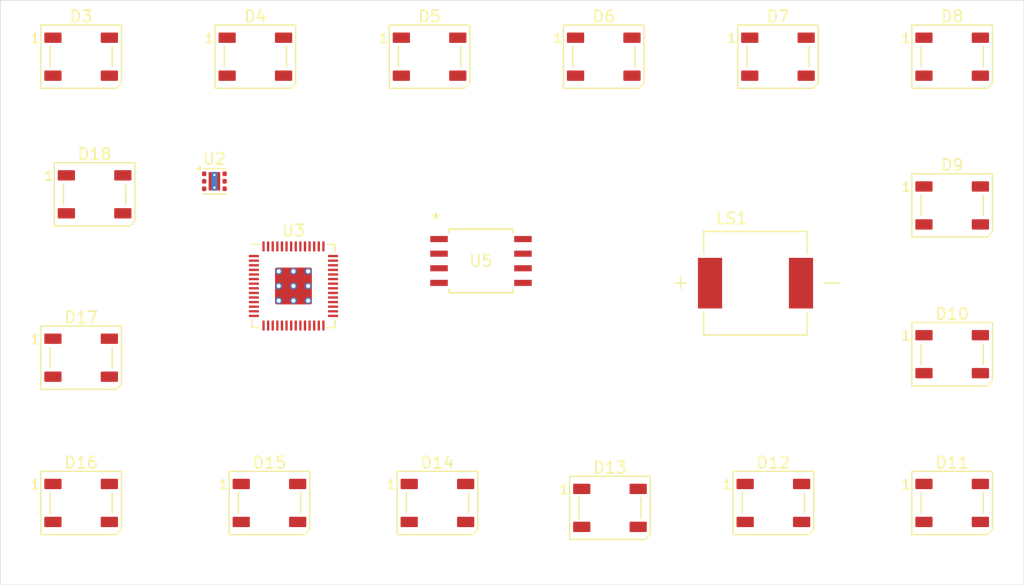
<source format=kicad_pcb>
(kicad_pcb (version 20241229) (generator "pcbnew") (generator_version "9.0")
  (layers (0 "F.Cu" signal) (2 "B.Cu" signal) (13 "F.Paste" user) (15 "B.Paste" user) (5 "F.SilkS" user "F.Silkscreen") (7 "B.SilkS" user "B.Silkscreen") (1 "F.Mask" user) (3 "B.Mask" user) (25 "Edge.Cuts" user))
  (net 0 "")
  (net 1 "Net-(D3-DOUT)")
  (net 2 "/Lighting/NEOPIXEL")
  (net 3 "+3V3")
  (net 4 "GND")
  (net 5 "Net-(D4-DOUT)")
  (net 6 "Net-(D5-DOUT)")
  (net 7 "Net-(D6-DOUT)")
  (net 8 "Net-(D7-DOUT)")
  (net 9 "Net-(D8-DOUT)")
  (net 10 "Net-(D10-DIN)")
  (net 11 "Net-(D10-DOUT)")
  (net 12 "Net-(D12-DOUT)")
  (net 13 "Net-(D13-DOUT)")
  (net 14 "Net-(D14-DOUT)")
  (net 15 "Net-(D15-DOUT)")
  (net 16 "Net-(D16-DOUT)")
  (net 17 "Net-(D17-DOUT)")
  (net 18 "VBUS")
  (net 19 "/Flash & Boot/QSPI_SD3")
  (net 20 "/Flash & Boot/QSPI_SD1")
  (net 24 "/Reset/~{Reset}")
  (net 26 "/Crystal/XOUT")
  (net 27 "+1V1")
  (net 29 "Net-(U3-USB_DP)")
  (net 30 "/Flash & Boot/QSPI_SS")
  (net 32 "/Flash & Boot/QSPI_SCLK")
  (net 33 "/Crystal/XIN")
  (net 40 "/Flash & Boot/QSPI_SD2")
  (net 41 "/Flash & Boot/QSPI_SD0")
  (net 42 "Net-(U3-USB_DM)")
  (net 47 "Net-(D2-A)")
  (net 61 "Net-(SW3-A)")
  (net 64 "/Audio/Play")
  (net 65 "/Audio/Piezo")
  (footprint "LED_SMD:LED_WS2812B_PLCC4_5.0x5.0mm_P3.2mm" (layer "F.Cu") (at 122.4354 114.809)
    (property "Reference" "D15" (at 0 -3.5 0) (layer "F.SilkS"))
    (property "Value" "WS2812B")
    (fp_line (start -3.5 -2.75) (end -3.5 2.75) (stroke (width 0.12)) (layer "F.SilkS"))
    (fp_line (start -3.5 -2.75) (end 3.5 -2.75) (stroke (width 0.12)) (layer "F.SilkS"))
    (fp_line (start -3.5 2.75) (end 3.05 2.75) (stroke (width 0.12)) (layer "F.SilkS"))
    (fp_line (start -2.7 0.9) (end -2.7 -0.9) (stroke (width 0.12)) (layer "F.SilkS"))
    (fp_line (start 2.7 0.9) (end 2.7 -0.9) (stroke (width 0.12)) (layer "F.SilkS"))
    (fp_line (start 3.05 2.75) (end 3.5 2.3) (stroke (width 0.12)) (layer "F.SilkS"))
    (fp_line (start 3.5 2.3) (end 3.5 -2.75) (stroke (width 0.12)) (layer "F.SilkS"))
    (fp_text user "1" (at -4 -1.6 0) (layer "F.SilkS") (effects (font (size 0.8 0.8))))
    (pad "1" smd roundrect (at -2.45 -1.65) (size 1.5 0.9) (layers "F.Cu" "F.Mask" "F.Paste") (roundrect_rratio 0.1) (net 3 "+3V3"))
    (pad "2" smd roundrect (at -2.45 1.65) (size 1.5 0.9) (layers "F.Cu" "F.Mask" "F.Paste") (roundrect_rratio 0.1) (net 15 "Net-(D15-DOUT)"))
    (pad "3" smd roundrect (at 2.45 1.65) (size 1.5 0.9) (layers "F.Cu" "F.Mask" "F.Paste") (roundrect_rratio 0.1) (net 4 "GND"))
    (pad "4" smd roundrect (at 2.45 -1.65) (size 1.5 0.9) (layers "F.Cu" "F.Mask" "F.Paste") (roundrect_rratio 0.1) (net 14 "Net-(D14-DOUT)"))
  )
  (footprint "LED_SMD:LED_WS2812B_PLCC4_5.0x5.0mm_P3.2mm" (layer "F.Cu") (at 181.7232 88.951133)
    (property "Reference" "D9" (at 0 -3.5 0) (layer "F.SilkS"))
    (property "Value" "WS2812B")
    (fp_line (start -3.5 -2.75) (end -3.5 2.75) (stroke (width 0.12)) (layer "F.SilkS"))
    (fp_line (start -3.5 -2.75) (end 3.5 -2.75) (stroke (width 0.12)) (layer "F.SilkS"))
    (fp_line (start -3.5 2.75) (end 3.05 2.75) (stroke (width 0.12)) (layer "F.SilkS"))
    (fp_line (start -2.7 0.9) (end -2.7 -0.9) (stroke (width 0.12)) (layer "F.SilkS"))
    (fp_line (start 2.7 0.9) (end 2.7 -0.9) (stroke (width 0.12)) (layer "F.SilkS"))
    (fp_line (start 3.05 2.75) (end 3.5 2.3) (stroke (width 0.12)) (layer "F.SilkS"))
    (fp_line (start 3.5 2.3) (end 3.5 -2.75) (stroke (width 0.12)) (layer "F.SilkS"))
    (fp_text user "1" (at -4 -1.6 0) (layer "F.SilkS") (effects (font (size 0.8 0.8))))
    (pad "1" smd roundrect (at -2.45 -1.65) (size 1.5 0.9) (layers "F.Cu" "F.Mask" "F.Paste") (roundrect_rratio 0.1) (net 3 "+3V3"))
    (pad "2" smd roundrect (at -2.45 1.65) (size 1.5 0.9) (layers "F.Cu" "F.Mask" "F.Paste") (roundrect_rratio 0.1) (net 10 "Net-(D10-DIN)"))
    (pad "3" smd roundrect (at 2.45 1.65) (size 1.5 0.9) (layers "F.Cu" "F.Mask" "F.Paste") (roundrect_rratio 0.1) (net 4 "GND"))
    (pad "4" smd roundrect (at 2.45 -1.65) (size 1.5 0.9) (layers "F.Cu" "F.Mask" "F.Paste") (roundrect_rratio 0.1) (net 9 "Net-(D8-DOUT)"))
  )
  (footprint "LED_SMD:LED_WS2812B_PLCC4_5.0x5.0mm_P3.2mm" (layer "F.Cu") (at 106.082 76.0222)
    (property "Reference" "D3" (at 0 -3.5 0) (layer "F.SilkS"))
    (property "Value" "WS2812B")
    (fp_line (start -3.5 -2.75) (end -3.5 2.75) (stroke (width 0.12)) (layer "F.SilkS"))
    (fp_line (start -3.5 -2.75) (end 3.5 -2.75) (stroke (width 0.12)) (layer "F.SilkS"))
    (fp_line (start -3.5 2.75) (end 3.05 2.75) (stroke (width 0.12)) (layer "F.SilkS"))
    (fp_line (start -2.7 0.9) (end -2.7 -0.9) (stroke (width 0.12)) (layer "F.SilkS"))
    (fp_line (start 2.7 0.9) (end 2.7 -0.9) (stroke (width 0.12)) (layer "F.SilkS"))
    (fp_line (start 3.05 2.75) (end 3.5 2.3) (stroke (width 0.12)) (layer "F.SilkS"))
    (fp_line (start 3.5 2.3) (end 3.5 -2.75) (stroke (width 0.12)) (layer "F.SilkS"))
    (fp_text user "1" (at -4 -1.6 0) (layer "F.SilkS") (effects (font (size 0.8 0.8))))
    (pad "1" smd roundrect (at -2.45 -1.65) (size 1.5 0.9) (layers "F.Cu" "F.Mask" "F.Paste") (roundrect_rratio 0.1) (net 3 "+3V3"))
    (pad "2" smd roundrect (at -2.45 1.65) (size 1.5 0.9) (layers "F.Cu" "F.Mask" "F.Paste") (roundrect_rratio 0.1) (net 1 "Net-(D3-DOUT)"))
    (pad "3" smd roundrect (at 2.45 1.65) (size 1.5 0.9) (layers "F.Cu" "F.Mask" "F.Paste") (roundrect_rratio 0.1) (net 4 "GND"))
    (pad "4" smd roundrect (at 2.45 -1.65) (size 1.5 0.9) (layers "F.Cu" "F.Mask" "F.Paste") (roundrect_rratio 0.1) (net 2 "/Lighting/NEOPIXEL"))
  )
  (footprint "LED_SMD:LED_WS2812B_PLCC4_5.0x5.0mm_P3.2mm" (layer "F.Cu") (at 137.0224 114.809)
    (property "Reference" "D14" (at 0 -3.5 0) (layer "F.SilkS"))
    (property "Value" "WS2812B")
    (fp_line (start -3.5 -2.75) (end -3.5 2.75) (stroke (width 0.12)) (layer "F.SilkS"))
    (fp_line (start -3.5 -2.75) (end 3.5 -2.75) (stroke (width 0.12)) (layer "F.SilkS"))
    (fp_line (start -3.5 2.75) (end 3.05 2.75) (stroke (width 0.12)) (layer "F.SilkS"))
    (fp_line (start -2.7 0.9) (end -2.7 -0.9) (stroke (width 0.12)) (layer "F.SilkS"))
    (fp_line (start 2.7 0.9) (end 2.7 -0.9) (stroke (width 0.12)) (layer "F.SilkS"))
    (fp_line (start 3.05 2.75) (end 3.5 2.3) (stroke (width 0.12)) (layer "F.SilkS"))
    (fp_line (start 3.5 2.3) (end 3.5 -2.75) (stroke (width 0.12)) (layer "F.SilkS"))
    (fp_text user "1" (at -4 -1.6 0) (layer "F.SilkS") (effects (font (size 0.8 0.8))))
    (pad "1" smd roundrect (at -2.45 -1.65) (size 1.5 0.9) (layers "F.Cu" "F.Mask" "F.Paste") (roundrect_rratio 0.1) (net 3 "+3V3"))
    (pad "2" smd roundrect (at -2.45 1.65) (size 1.5 0.9) (layers "F.Cu" "F.Mask" "F.Paste") (roundrect_rratio 0.1) (net 14 "Net-(D14-DOUT)"))
    (pad "3" smd roundrect (at 2.45 1.65) (size 1.5 0.9) (layers "F.Cu" "F.Mask" "F.Paste") (roundrect_rratio 0.1) (net 4 "GND"))
    (pad "4" smd roundrect (at 2.45 -1.65) (size 1.5 0.9) (layers "F.Cu" "F.Mask" "F.Paste") (roundrect_rratio 0.1) (net 13 "Net-(D13-DOUT)"))
  )
  (footprint "Tekk_Card_Library:XDCR_SMTB-0940-T-3V-R" (layer "F.Cu") (at 164.6448 95.7072)
    (property "Reference" "LS1" (at -2.075 -5.635 0) (layer "F.SilkS"))
    (property "Value" "SMTB-0940-T-3V-R")
    (fp_line (start -7 0) (end -6 0) (stroke (width 0.127)) (layer "F.SilkS"))
    (fp_line (start -6.5 -0.5) (end -6.5 0.5) (stroke (width 0.127)) (layer "F.SilkS"))
    (fp_line (start -4.5 -4.5) (end 4.5 -4.5) (stroke (width 0.127)) (layer "F.SilkS"))
    (fp_line (start -4.5 -2.52) (end -4.5 -4.5) (stroke (width 0.127)) (layer "F.SilkS"))
    (fp_line (start -4.5 4.5) (end -4.5 2.52) (stroke (width 0.127)) (layer "F.SilkS"))
    (fp_line (start 4.5 -4.5) (end 4.5 -2.52) (stroke (width 0.127)) (layer "F.SilkS"))
    (fp_line (start 4.5 2.52) (end 4.5 4.5) (stroke (width 0.127)) (layer "F.SilkS"))
    (fp_line (start 4.5 4.5) (end -4.5 4.5) (stroke (width 0.127)) (layer "F.SilkS"))
    (fp_line (start 6 0) (end 7.25 0) (stroke (width 0.127)) (layer "F.SilkS"))
    (pad "N" smd rect (at 3.95 0) (size 2.1 4.4) (layers "F.Cu" "F.Mask" "F.Paste") (net 4 "GND"))
    (pad "P" smd rect (at -3.95 0) (size 2.1 4.4) (layers "F.Cu" "F.Mask" "F.Paste") (net 61 "Net-(SW3-A)"))
  )
  (footprint "Tekk_Card_Library:SOIC-8_5P28X5P28_WIN" (layer "F.Cu") (at 140.8049 93.7768)
    (property "Reference" "U5" (at 0 0 0) (layer "F.SilkS"))
    (property "Value" "W25Q64JVSSIQ")
    (fp_line (start -2.7686 -2.7686) (end -2.7686 -2.484192) (stroke (width 0.1524)) (layer "F.SilkS"))
    (fp_line (start -2.7686 2.484192) (end -2.7686 2.7686) (stroke (width 0.1524)) (layer "F.SilkS"))
    (fp_line (start -2.7686 2.7686) (end 2.7686 2.7686) (stroke (width 0.1524)) (layer "F.SilkS"))
    (fp_line (start 2.7686 -2.7686) (end -2.7686 -2.7686) (stroke (width 0.1524)) (layer "F.SilkS"))
    (fp_line (start 2.7686 -2.484192) (end 2.7686 -2.7686) (stroke (width 0.1524)) (layer "F.SilkS"))
    (fp_line (start 2.7686 2.7686) (end 2.7686 2.484192) (stroke (width 0.1524)) (layer "F.SilkS"))
    (fp_text user "*" (at -3.8989 -3.5814 0) (layer "F.SilkS"))
    (fp_text user "*" (at -3.8989 -3.5814 0) (layer "F.SilkS"))
    (pad "1" smd rect (at -3.6449 -1.905) (size 1.524 0.5334) (layers "F.Cu" "F.Mask" "F.Paste") (net 30 "/Flash & Boot/QSPI_SS"))
    (pad "2" smd rect (at -3.6449 -0.635) (size 1.524 0.5334) (layers "F.Cu" "F.Mask" "F.Paste") (net 20 "/Flash & Boot/QSPI_SD1"))
    (pad "3" smd rect (at -3.6449 0.635) (size 1.524 0.5334) (layers "F.Cu" "F.Mask" "F.Paste") (net 40 "/Flash & Boot/QSPI_SD2"))
    (pad "4" smd rect (at -3.6449 1.905) (size 1.524 0.5334) (layers "F.Cu" "F.Mask" "F.Paste") (net 4 "GND"))
    (pad "5" smd rect (at 3.6449 1.905) (size 1.524 0.5334) (layers "F.Cu" "F.Mask" "F.Paste") (net 41 "/Flash & Boot/QSPI_SD0"))
    (pad "6" smd rect (at 3.6449 0.635) (size 1.524 0.5334) (layers "F.Cu" "F.Mask" "F.Paste") (net 32 "/Flash & Boot/QSPI_SCLK"))
    (pad "7" smd rect (at 3.6449 -0.635) (size 1.524 0.5334) (layers "F.Cu" "F.Mask" "F.Paste") (net 19 "/Flash & Boot/QSPI_SD3"))
    (pad "8" smd rect (at 3.6449 -1.905) (size 1.524 0.5334) (layers "F.Cu" "F.Mask" "F.Paste") (net 3 "+3V3"))
  )
  (footprint "Tekk_Card_Library:RP2040-QFN-56" (layer "F.Cu") (at 124.5193 95.9514)
    (property "Reference" "U3" (at 0 -4.82 0) (layer "F.SilkS"))
    (property "Value" "RP2040")
    (fp_line (start -3.61 3.61) (end -3.61 2.96) (stroke (width 0.12)) (layer "F.SilkS"))
    (fp_line (start -2.96 -3.61) (end -3.61 -3.61) (stroke (width 0.12)) (layer "F.SilkS"))
    (fp_line (start -2.96 3.61) (end -3.61 3.61) (stroke (width 0.12)) (layer "F.SilkS"))
    (fp_line (start 2.96 -3.61) (end 3.61 -3.61) (stroke (width 0.12)) (layer "F.SilkS"))
    (fp_line (start 2.96 3.61) (end 3.61 3.61) (stroke (width 0.12)) (layer "F.SilkS"))
    (fp_line (start 3.61 -3.61) (end 3.61 -2.96) (stroke (width 0.12)) (layer "F.SilkS"))
    (fp_line (start 3.61 3.61) (end 3.61 2.96) (stroke (width 0.12)) (layer "F.SilkS"))
    (pad "1" smd roundrect (at -3.4375 -2.6) (size 0.875 0.2) (layers "F.Cu" "F.Mask" "F.Paste") (net 3 "+3V3"))
    (pad "2" smd roundrect (at -3.4375 -2.2) (size 0.875 0.2) (layers "F.Cu" "F.Mask" "F.Paste"))
    (pad "3" smd roundrect (at -3.4375 -1.8) (size 0.875 0.2) (layers "F.Cu" "F.Mask" "F.Paste"))
    (pad "4" smd roundrect (at -3.4375 -1.4) (size 0.875 0.2) (layers "F.Cu" "F.Mask" "F.Paste"))
    (pad "5" smd roundrect (at -3.4375 -1) (size 0.875 0.2) (layers "F.Cu" "F.Mask" "F.Paste"))
    (pad "6" smd roundrect (at -3.4375 -0.6) (size 0.875 0.2) (layers "F.Cu" "F.Mask" "F.Paste"))
    (pad "7" smd roundrect (at -3.4375 -0.2) (size 0.875 0.2) (layers "F.Cu" "F.Mask" "F.Paste"))
    (pad "8" smd roundrect (at -3.4375 0.2) (size 0.875 0.2) (layers "F.Cu" "F.Mask" "F.Paste") (net 2 "/Lighting/NEOPIXEL"))
    (pad "9" smd roundrect (at -3.4375 0.6) (size 0.875 0.2) (layers "F.Cu" "F.Mask" "F.Paste"))
    (pad "10" smd roundrect (at -3.4375 1) (size 0.875 0.2) (layers "F.Cu" "F.Mask" "F.Paste") (net 3 "+3V3"))
    (pad "11" smd roundrect (at -3.4375 1.4) (size 0.875 0.2) (layers "F.Cu" "F.Mask" "F.Paste"))
    (pad "12" smd roundrect (at -3.4375 1.8) (size 0.875 0.2) (layers "F.Cu" "F.Mask" "F.Paste"))
    (pad "13" smd roundrect (at -3.4375 2.2) (size 0.875 0.2) (layers "F.Cu" "F.Mask" "F.Paste"))
    (pad "14" smd roundrect (at -3.4375 2.6) (size 0.875 0.2) (layers "F.Cu" "F.Mask" "F.Paste"))
    (pad "15" smd roundrect (at -2.6 3.4375) (size 0.2 0.875) (layers "F.Cu" "F.Mask" "F.Paste"))
    (pad "16" smd roundrect (at -2.2 3.4375) (size 0.2 0.875) (layers "F.Cu" "F.Mask" "F.Paste") (net 47 "Net-(D2-A)"))
    (pad "17" smd roundrect (at -1.8 3.4375) (size 0.2 0.875) (layers "F.Cu" "F.Mask" "F.Paste"))
    (pad "18" smd roundrect (at -1.4 3.4375) (size 0.2 0.875) (layers "F.Cu" "F.Mask" "F.Paste"))
    (pad "19" smd roundrect (at -1 3.4375) (size 0.2 0.875) (layers "F.Cu" "F.Mask" "F.Paste"))
    (pad "20" smd roundrect (at -0.6 3.4375) (size 0.2 0.875) (layers "F.Cu" "F.Mask" "F.Paste") (net 33 "/Crystal/XIN"))
    (pad "21" smd roundrect (at -0.2 3.4375) (size 0.2 0.875) (layers "F.Cu" "F.Mask" "F.Paste") (net 26 "/Crystal/XOUT"))
    (pad "22" smd roundrect (at 0.2 3.4375) (size 0.2 0.875) (layers "F.Cu" "F.Mask" "F.Paste") (net 3 "+3V3"))
    (pad "23" smd roundrect (at 0.6 3.4375) (size 0.2 0.875) (layers "F.Cu" "F.Mask" "F.Paste") (net 27 "+1V1"))
    (pad "24" smd roundrect (at 1 3.4375) (size 0.2 0.875) (layers "F.Cu" "F.Mask" "F.Paste"))
    (pad "25" smd roundrect (at 1.4 3.4375) (size 0.2 0.875) (layers "F.Cu" "F.Mask" "F.Paste"))
    (pad "26" smd roundrect (at 1.8 3.4375) (size 0.2 0.875) (layers "F.Cu" "F.Mask" "F.Paste") (net 24 "/Reset/~{Reset}"))
    (pad "27" smd roundrect (at 2.2 3.4375) (size 0.2 0.875) (layers "F.Cu" "F.Mask" "F.Paste"))
    (pad "28" smd roundrect (at 2.6 3.4375) (size 0.2 0.875) (layers "F.Cu" "F.Mask" "F.Paste"))
    (pad "29" smd roundrect (at 3.4375 2.6) (size 0.875 0.2) (layers "F.Cu" "F.Mask" "F.Paste"))
    (pad "30" smd roundrect (at 3.4375 2.2) (size 0.875 0.2) (layers "F.Cu" "F.Mask" "F.Paste"))
    (pad "31" smd roundrect (at 3.4375 1.8) (size 0.875 0.2) (layers "F.Cu" "F.Mask" "F.Paste"))
    (pad "32" smd roundrect (at 3.4375 1.4) (size 0.875 0.2) (layers "F.Cu" "F.Mask" "F.Paste") (net 65 "/Audio/Piezo"))
    (pad "33" smd roundrect (at 3.4375 1) (size 0.875 0.2) (layers "F.Cu" "F.Mask" "F.Paste"))
    (pad "34" smd roundrect (at 3.4375 0.6) (size 0.875 0.2) (layers "F.Cu" "F.Mask" "F.Paste") (net 64 "/Audio/Play"))
    (pad "35" smd roundrect (at 3.4375 0.2) (size 0.875 0.2) (layers "F.Cu" "F.Mask" "F.Paste"))
    (pad "36" smd roundrect (at 3.4375 -0.2) (size 0.875 0.2) (layers "F.Cu" "F.Mask" "F.Paste"))
    (pad "37" smd roundrect (at 3.4375 -0.6) (size 0.875 0.2) (layers "F.Cu" "F.Mask" "F.Paste"))
    (pad "38" smd roundrect (at 3.4375 -1) (size 0.875 0.2) (layers "F.Cu" "F.Mask" "F.Paste"))
    (pad "39" smd roundrect (at 3.4375 -1.4) (size 0.875 0.2) (layers "F.Cu" "F.Mask" "F.Paste"))
    (pad "40" smd roundrect (at 3.4375 -1.8) (size 0.875 0.2) (layers "F.Cu" "F.Mask" "F.Paste"))
    (pad "41" smd roundrect (at 3.4375 -2.2) (size 0.875 0.2) (layers "F.Cu" "F.Mask" "F.Paste"))
    (pad "42" smd roundrect (at 3.4375 -2.6) (size 0.875 0.2) (layers "F.Cu" "F.Mask" "F.Paste") (net 3 "+3V3"))
    (pad "43" smd roundrect (at 2.6 -3.4375) (size 0.2 0.875) (layers "F.Cu" "F.Mask" "F.Paste") (net 3 "+3V3"))
    (pad "44" smd roundrect (at 2.2 -3.4375) (size 0.2 0.875) (layers "F.Cu" "F.Mask" "F.Paste") (net 3 "+3V3"))
    (pad "45" smd roundrect (at 1.8 -3.4375) (size 0.2 0.875) (layers "F.Cu" "F.Mask" "F.Paste") (net 27 "+1V1"))
    (pad "46" smd roundrect (at 1.4 -3.4375) (size 0.2 0.875) (layers "F.Cu" "F.Mask" "F.Paste") (net 42 "Net-(U3-USB_DM)"))
    (pad "47" smd roundrect (at 1 -3.4375) (size 0.2 0.875) (layers "F.Cu" "F.Mask" "F.Paste") (net 29 "Net-(U3-USB_DP)"))
    (pad "48" smd roundrect (at 0.6 -3.4375) (size 0.2 0.875) (layers "F.Cu" "F.Mask" "F.Paste") (net 3 "+3V3"))
    (pad "49" smd roundrect (at 0.2 -3.4375) (size 0.2 0.875) (layers "F.Cu" "F.Mask" "F.Paste") (net 3 "+3V3"))
    (pad "50" smd roundrect (at -0.2 -3.4375) (size 0.2 0.875) (layers "F.Cu" "F.Mask" "F.Paste") (net 27 "+1V1"))
    (pad "51" smd roundrect (at -0.6 -3.4375) (size 0.2 0.875) (layers "F.Cu" "F.Mask" "F.Paste") (net 19 "/Flash & Boot/QSPI_SD3"))
    (pad "52" smd roundrect (at -1 -3.4375) (size 0.2 0.875) (layers "F.Cu" "F.Mask" "F.Paste") (net 32 "/Flash & Boot/QSPI_SCLK"))
    (pad "53" smd roundrect (at -1.4 -3.4375) (size 0.2 0.875) (layers "F.Cu" "F.Mask" "F.Paste") (net 41 "/Flash & Boot/QSPI_SD0"))
    (pad "54" smd roundrect (at -1.8 -3.4375) (size 0.2 0.875) (layers "F.Cu" "F.Mask" "F.Paste") (net 40 "/Flash & Boot/QSPI_SD2"))
    (pad "55" smd roundrect (at -2.2 -3.4375) (size 0.2 0.875) (layers "F.Cu" "F.Mask" "F.Paste") (net 20 "/Flash & Boot/QSPI_SD1"))
    (pad "56" smd roundrect (at -2.6 -3.4375) (size 0.2 0.875) (layers "F.Cu" "F.Mask" "F.Paste") (net 30 "/Flash & Boot/QSPI_SS"))
    (pad "57" thru_hole circle (at -1.275 -1.275) (size 0.6 0.6) (drill 0.35) (layers "*.Cu"))
    (pad "57" thru_hole circle (at -1.275 0) (size 0.6 0.6) (drill 0.35) (layers "*.Cu"))
    (pad "57" thru_hole circle (at -1.275 1.275) (size 0.6 0.6) (drill 0.35) (layers "*.Cu"))
    (pad "57" thru_hole circle (at 0 -1.275) (size 0.6 0.6) (drill 0.35) (layers "*.Cu"))
    (pad "57" thru_hole circle (at 0 0) (size 0.6 0.6) (drill 0.35) (layers "*.Cu"))
    (pad "57" smd roundrect (at 0 0) (size 3.2 3.2) (layers "F.Cu" "F.Mask") (roundrect_rratio 0.045))
    (pad "57" thru_hole circle (at 0 1.275) (size 0.6 0.6) (drill 0.35) (layers "*.Cu"))
    (pad "57" thru_hole circle (at 1.275 -1.275) (size 0.6 0.6) (drill 0.35) (layers "*.Cu"))
    (pad "57" thru_hole circle (at 1.275 0) (size 0.6 0.6) (drill 0.35) (layers "*.Cu"))
    (pad "57" thru_hole circle (at 1.275 1.275) (size 0.6 0.6) (drill 0.35) (layers "*.Cu"))
  )
  (footprint "LED_SMD:LED_WS2812B_PLCC4_5.0x5.0mm_P3.2mm" (layer "F.Cu") (at 181.7232 76.0222)
    (property "Reference" "D8" (at 0 -3.5 0) (layer "F.SilkS"))
    (property "Value" "WS2812B")
    (fp_line (start -3.5 -2.75) (end -3.5 2.75) (stroke (width 0.12)) (layer "F.SilkS"))
    (fp_line (start -3.5 -2.75) (end 3.5 -2.75) (stroke (width 0.12)) (layer "F.SilkS"))
    (fp_line (start -3.5 2.75) (end 3.05 2.75) (stroke (width 0.12)) (layer "F.SilkS"))
    (fp_line (start -2.7 0.9) (end -2.7 -0.9) (stroke (width 0.12)) (layer "F.SilkS"))
    (fp_line (start 2.7 0.9) (end 2.7 -0.9) (stroke (width 0.12)) (layer "F.SilkS"))
    (fp_line (start 3.05 2.75) (end 3.5 2.3) (stroke (width 0.12)) (layer "F.SilkS"))
    (fp_line (start 3.5 2.3) (end 3.5 -2.75) (stroke (width 0.12)) (layer "F.SilkS"))
    (fp_text user "1" (at -4 -1.6 0) (layer "F.SilkS") (effects (font (size 0.8 0.8))))
    (pad "1" smd roundrect (at -2.45 -1.65) (size 1.5 0.9) (layers "F.Cu" "F.Mask" "F.Paste") (roundrect_rratio 0.1) (net 3 "+3V3"))
    (pad "2" smd roundrect (at -2.45 1.65) (size 1.5 0.9) (layers "F.Cu" "F.Mask" "F.Paste") (roundrect_rratio 0.1) (net 9 "Net-(D8-DOUT)"))
    (pad "3" smd roundrect (at 2.45 1.65) (size 1.5 0.9) (layers "F.Cu" "F.Mask" "F.Paste") (roundrect_rratio 0.1) (net 4 "GND"))
    (pad "4" smd roundrect (at 2.45 -1.65) (size 1.5 0.9) (layers "F.Cu" "F.Mask" "F.Paste") (roundrect_rratio 0.1) (net 8 "Net-(D7-DOUT)"))
  )
  (footprint "LED_SMD:LED_WS2812B_PLCC4_5.0x5.0mm_P3.2mm" (layer "F.Cu") (at 166.1964 114.809)
    (property "Reference" "D12" (at 0 -3.5 0) (layer "F.SilkS"))
    (property "Value" "WS2812B")
    (fp_line (start -3.5 -2.75) (end -3.5 2.75) (stroke (width 0.12)) (layer "F.SilkS"))
    (fp_line (start -3.5 -2.75) (end 3.5 -2.75) (stroke (width 0.12)) (layer "F.SilkS"))
    (fp_line (start -3.5 2.75) (end 3.05 2.75) (stroke (width 0.12)) (layer "F.SilkS"))
    (fp_line (start -2.7 0.9) (end -2.7 -0.9) (stroke (width 0.12)) (layer "F.SilkS"))
    (fp_line (start 2.7 0.9) (end 2.7 -0.9) (stroke (width 0.12)) (layer "F.SilkS"))
    (fp_line (start 3.05 2.75) (end 3.5 2.3) (stroke (width 0.12)) (layer "F.SilkS"))
    (fp_line (start 3.5 2.3) (end 3.5 -2.75) (stroke (width 0.12)) (layer "F.SilkS"))
    (fp_text user "1" (at -4 -1.6 0) (layer "F.SilkS") (effects (font (size 0.8 0.8))))
    (pad "1" smd roundrect (at -2.45 -1.65) (size 1.5 0.9) (layers "F.Cu" "F.Mask" "F.Paste") (roundrect_rratio 0.1) (net 3 "+3V3"))
    (pad "2" smd roundrect (at -2.45 1.65) (size 1.5 0.9) (layers "F.Cu" "F.Mask" "F.Paste") (roundrect_rratio 0.1) (net 12 "Net-(D12-DOUT)"))
    (pad "3" smd roundrect (at 2.45 1.65) (size 1.5 0.9) (layers "F.Cu" "F.Mask" "F.Paste") (roundrect_rratio 0.1) (net 4 "GND"))
    (pad "4" smd roundrect (at 2.45 -1.65) (size 1.5 0.9) (layers "F.Cu" "F.Mask" "F.Paste") (roundrect_rratio 0.1) (net 11 "Net-(D10-DOUT)"))
  )
  (footprint "LED_SMD:LED_WS2812B_PLCC4_5.0x5.0mm_P3.2mm" (layer "F.Cu") (at 181.7232 114.809)
    (property "Reference" "D11" (at 0 -3.5 0) (layer "F.SilkS"))
    (property "Value" "WS2812B")
    (fp_line (start -3.5 -2.75) (end -3.5 2.75) (stroke (width 0.12)) (layer "F.SilkS"))
    (fp_line (start -3.5 -2.75) (end 3.5 -2.75) (stroke (width 0.12)) (layer "F.SilkS"))
    (fp_line (start -3.5 2.75) (end 3.05 2.75) (stroke (width 0.12)) (layer "F.SilkS"))
    (fp_line (start -2.7 0.9) (end -2.7 -0.9) (stroke (width 0.12)) (layer "F.SilkS"))
    (fp_line (start 2.7 0.9) (end 2.7 -0.9) (stroke (width 0.12)) (layer "F.SilkS"))
    (fp_line (start 3.05 2.75) (end 3.5 2.3) (stroke (width 0.12)) (layer "F.SilkS"))
    (fp_line (start 3.5 2.3) (end 3.5 -2.75) (stroke (width 0.12)) (layer "F.SilkS"))
    (fp_text user "1" (at -4 -1.6 0) (layer "F.SilkS") (effects (font (size 0.8 0.8))))
    (pad "1" smd roundrect (at -2.45 -1.65) (size 1.5 0.9) (layers "F.Cu" "F.Mask" "F.Paste") (roundrect_rratio 0.1) (net 3 "+3V3"))
    (pad "2" smd roundrect (at -2.45 1.65) (size 1.5 0.9) (layers "F.Cu" "F.Mask" "F.Paste") (roundrect_rratio 0.1) (net 11 "Net-(D10-DOUT)"))
    (pad "3" smd roundrect (at 2.45 1.65) (size 1.5 0.9) (layers "F.Cu" "F.Mask" "F.Paste") (roundrect_rratio 0.1) (net 4 "GND"))
    (pad "4" smd roundrect (at 2.45 -1.65) (size 1.5 0.9) (layers "F.Cu" "F.Mask" "F.Paste") (roundrect_rratio 0.1) (net 11 "Net-(D10-DOUT)"))
  )
  (footprint "LED_SMD:LED_WS2812B_PLCC4_5.0x5.0mm_P3.2mm" (layer "F.Cu") (at 106.082 102.1852)
    (property "Reference" "D17" (at 0 -3.5 0) (layer "F.SilkS"))
    (property "Value" "WS2812B")
    (fp_line (start -3.5 -2.75) (end -3.5 2.75) (stroke (width 0.12)) (layer "F.SilkS"))
    (fp_line (start -3.5 -2.75) (end 3.5 -2.75) (stroke (width 0.12)) (layer "F.SilkS"))
    (fp_line (start -3.5 2.75) (end 3.05 2.75) (stroke (width 0.12)) (layer "F.SilkS"))
    (fp_line (start -2.7 0.9) (end -2.7 -0.9) (stroke (width 0.12)) (layer "F.SilkS"))
    (fp_line (start 2.7 0.9) (end 2.7 -0.9) (stroke (width 0.12)) (layer "F.SilkS"))
    (fp_line (start 3.05 2.75) (end 3.5 2.3) (stroke (width 0.12)) (layer "F.SilkS"))
    (fp_line (start 3.5 2.3) (end 3.5 -2.75) (stroke (width 0.12)) (layer "F.SilkS"))
    (fp_text user "1" (at -4 -1.6 0) (layer "F.SilkS") (effects (font (size 0.8 0.8))))
    (pad "1" smd roundrect (at -2.45 -1.65) (size 1.5 0.9) (layers "F.Cu" "F.Mask" "F.Paste") (roundrect_rratio 0.1) (net 3 "+3V3"))
    (pad "2" smd roundrect (at -2.45 1.65) (size 1.5 0.9) (layers "F.Cu" "F.Mask" "F.Paste") (roundrect_rratio 0.1) (net 17 "Net-(D17-DOUT)"))
    (pad "3" smd roundrect (at 2.45 1.65) (size 1.5 0.9) (layers "F.Cu" "F.Mask" "F.Paste") (roundrect_rratio 0.1) (net 4 "GND"))
    (pad "4" smd roundrect (at 2.45 -1.65) (size 1.5 0.9) (layers "F.Cu" "F.Mask" "F.Paste") (roundrect_rratio 0.1) (net 16 "Net-(D16-DOUT)"))
  )
  (footprint "LED_SMD:LED_WS2812B_PLCC4_5.0x5.0mm_P3.2mm" (layer "F.Cu") (at 166.59496 76.0222)
    (property "Reference" "D7" (at 0 -3.5 0) (layer "F.SilkS"))
    (property "Value" "WS2812B")
    (fp_line (start -3.5 -2.75) (end -3.5 2.75) (stroke (width 0.12)) (layer "F.SilkS"))
    (fp_line (start -3.5 -2.75) (end 3.5 -2.75) (stroke (width 0.12)) (layer "F.SilkS"))
    (fp_line (start -3.5 2.75) (end 3.05 2.75) (stroke (width 0.12)) (layer "F.SilkS"))
    (fp_line (start -2.7 0.9) (end -2.7 -0.9) (stroke (width 0.12)) (layer "F.SilkS"))
    (fp_line (start 2.7 0.9) (end 2.7 -0.9) (stroke (width 0.12)) (layer "F.SilkS"))
    (fp_line (start 3.05 2.75) (end 3.5 2.3) (stroke (width 0.12)) (layer "F.SilkS"))
    (fp_line (start 3.5 2.3) (end 3.5 -2.75) (stroke (width 0.12)) (layer "F.SilkS"))
    (fp_text user "1" (at -4 -1.6 0) (layer "F.SilkS") (effects (font (size 0.8 0.8))))
    (pad "1" smd roundrect (at -2.45 -1.65) (size 1.5 0.9) (layers "F.Cu" "F.Mask" "F.Paste") (roundrect_rratio 0.1) (net 3 "+3V3"))
    (pad "2" smd roundrect (at -2.45 1.65) (size 1.5 0.9) (layers "F.Cu" "F.Mask" "F.Paste") (roundrect_rratio 0.1) (net 8 "Net-(D7-DOUT)"))
    (pad "3" smd roundrect (at 2.45 1.65) (size 1.5 0.9) (layers "F.Cu" "F.Mask" "F.Paste") (roundrect_rratio 0.1) (net 4 "GND"))
    (pad "4" smd roundrect (at 2.45 -1.65) (size 1.5 0.9) (layers "F.Cu" "F.Mask" "F.Paste") (roundrect_rratio 0.1) (net 7 "Net-(D6-DOUT)"))
  )
  (footprint "LED_SMD:LED_WS2812B_PLCC4_5.0x5.0mm_P3.2mm" (layer "F.Cu") (at 181.7232 101.880067)
    (property "Reference" "D10" (at 0 -3.5 0) (layer "F.SilkS"))
    (property "Value" "WS2812B")
    (fp_line (start -3.5 -2.75) (end -3.5 2.75) (stroke (width 0.12)) (layer "F.SilkS"))
    (fp_line (start -3.5 -2.75) (end 3.5 -2.75) (stroke (width 0.12)) (layer "F.SilkS"))
    (fp_line (start -3.5 2.75) (end 3.05 2.75) (stroke (width 0.12)) (layer "F.SilkS"))
    (fp_line (start -2.7 0.9) (end -2.7 -0.9) (stroke (width 0.12)) (layer "F.SilkS"))
    (fp_line (start 2.7 0.9) (end 2.7 -0.9) (stroke (width 0.12)) (layer "F.SilkS"))
    (fp_line (start 3.05 2.75) (end 3.5 2.3) (stroke (width 0.12)) (layer "F.SilkS"))
    (fp_line (start 3.5 2.3) (end 3.5 -2.75) (stroke (width 0.12)) (layer "F.SilkS"))
    (fp_text user "1" (at -4 -1.6 0) (layer "F.SilkS") (effects (font (size 0.8 0.8))))
    (pad "1" smd roundrect (at -2.45 -1.65) (size 1.5 0.9) (layers "F.Cu" "F.Mask" "F.Paste") (roundrect_rratio 0.1) (net 3 "+3V3"))
    (pad "2" smd roundrect (at -2.45 1.65) (size 1.5 0.9) (layers "F.Cu" "F.Mask" "F.Paste") (roundrect_rratio 0.1) (net 11 "Net-(D10-DOUT)"))
    (pad "3" smd roundrect (at 2.45 1.65) (size 1.5 0.9) (layers "F.Cu" "F.Mask" "F.Paste") (roundrect_rratio 0.1) (net 4 "GND"))
    (pad "4" smd roundrect (at 2.45 -1.65) (size 1.5 0.9) (layers "F.Cu" "F.Mask" "F.Paste") (roundrect_rratio 0.1) (net 10 "Net-(D10-DIN)"))
  )
  (footprint "LED_SMD:LED_WS2812B_PLCC4_5.0x5.0mm_P3.2mm" (layer "F.Cu") (at 106.082 114.809)
    (property "Reference" "D16" (at 0 -3.5 0) (layer "F.SilkS"))
    (property "Value" "WS2812B")
    (fp_line (start -3.5 -2.75) (end -3.5 2.75) (stroke (width 0.12)) (layer "F.SilkS"))
    (fp_line (start -3.5 -2.75) (end 3.5 -2.75) (stroke (width 0.12)) (layer "F.SilkS"))
    (fp_line (start -3.5 2.75) (end 3.05 2.75) (stroke (width 0.12)) (layer "F.SilkS"))
    (fp_line (start -2.7 0.9) (end -2.7 -0.9) (stroke (width 0.12)) (layer "F.SilkS"))
    (fp_line (start 2.7 0.9) (end 2.7 -0.9) (stroke (width 0.12)) (layer "F.SilkS"))
    (fp_line (start 3.05 2.75) (end 3.5 2.3) (stroke (width 0.12)) (layer "F.SilkS"))
    (fp_line (start 3.5 2.3) (end 3.5 -2.75) (stroke (width 0.12)) (layer "F.SilkS"))
    (fp_text user "1" (at -4 -1.6 0) (layer "F.SilkS") (effects (font (size 0.8 0.8))))
    (pad "1" smd roundrect (at -2.45 -1.65) (size 1.5 0.9) (layers "F.Cu" "F.Mask" "F.Paste") (roundrect_rratio 0.1) (net 3 "+3V3"))
    (pad "2" smd roundrect (at -2.45 1.65) (size 1.5 0.9) (layers "F.Cu" "F.Mask" "F.Paste") (roundrect_rratio 0.1) (net 16 "Net-(D16-DOUT)"))
    (pad "3" smd roundrect (at 2.45 1.65) (size 1.5 0.9) (layers "F.Cu" "F.Mask" "F.Paste") (roundrect_rratio 0.1) (net 4 "GND"))
    (pad "4" smd roundrect (at 2.45 -1.65) (size 1.5 0.9) (layers "F.Cu" "F.Mask" "F.Paste") (roundrect_rratio 0.1) (net 15 "Net-(D15-DOUT)"))
  )
  (footprint "LED_SMD:LED_WS2812B_PLCC4_5.0x5.0mm_P3.2mm" (layer "F.Cu") (at 151.46672 76.0222)
    (property "Reference" "D6" (at 0 -3.5 0) (layer "F.SilkS"))
    (property "Value" "WS2812B")
    (fp_line (start -3.5 -2.75) (end -3.5 2.75) (stroke (width 0.12)) (layer "F.SilkS"))
    (fp_line (start -3.5 -2.75) (end 3.5 -2.75) (stroke (width 0.12)) (layer "F.SilkS"))
    (fp_line (start -3.5 2.75) (end 3.05 2.75) (stroke (width 0.12)) (layer "F.SilkS"))
    (fp_line (start -2.7 0.9) (end -2.7 -0.9) (stroke (width 0.12)) (layer "F.SilkS"))
    (fp_line (start 2.7 0.9) (end 2.7 -0.9) (stroke (width 0.12)) (layer "F.SilkS"))
    (fp_line (start 3.05 2.75) (end 3.5 2.3) (stroke (width 0.12)) (layer "F.SilkS"))
    (fp_line (start 3.5 2.3) (end 3.5 -2.75) (stroke (width 0.12)) (layer "F.SilkS"))
    (fp_text user "1" (at -4 -1.6 0) (layer "F.SilkS") (effects (font (size 0.8 0.8))))
    (pad "1" smd roundrect (at -2.45 -1.65) (size 1.5 0.9) (layers "F.Cu" "F.Mask" "F.Paste") (roundrect_rratio 0.1) (net 3 "+3V3"))
    (pad "2" smd roundrect (at -2.45 1.65) (size 1.5 0.9) (layers "F.Cu" "F.Mask" "F.Paste") (roundrect_rratio 0.1) (net 7 "Net-(D6-DOUT)"))
    (pad "3" smd roundrect (at 2.45 1.65) (size 1.5 0.9) (layers "F.Cu" "F.Mask" "F.Paste") (roundrect_rratio 0.1) (net 4 "GND"))
    (pad "4" smd roundrect (at 2.45 -1.65) (size 1.5 0.9) (layers "F.Cu" "F.Mask" "F.Paste") (roundrect_rratio 0.1) (net 6 "Net-(D5-DOUT)"))
  )
  (footprint "Package_SON:WSON-6-1EP_2x2mm_P0.65mm_EP1x1.6mm_ThermalVias" (layer "F.Cu") (at 117.6543 86.853)
    (property "Reference" "U2" (at 0 -1.95 0) (layer "F.SilkS"))
    (property "Value" "TLV76733DRVx")
    (fp_line (start -1 -1.11) (end 1 -1.11) (stroke (width 0.12)) (layer "F.SilkS"))
    (fp_line (start -1 1.11) (end 1 1.11) (stroke (width 0.12)) (layer "F.SilkS"))
    (fp_poly (pts (xy -1.24 -1.01) (xy -1.52 -1.01) (xy -1.24 -1.29)) (stroke (width 0.12)) (fill yes) (layer "F.SilkS"))
    (pad "1" smd roundrect (at -0.8875 -0.65) (size 0.375 0.4) (layers "F.Cu" "F.Mask" "F.Paste") (net 3 "+3V3"))
    (pad "2" smd roundrect (at -0.8875 0) (size 0.375 0.4) (layers "F.Cu" "F.Mask" "F.Paste") (net 3 "+3V3"))
    (pad "3" smd roundrect (at -0.8875 0.65) (size 0.375 0.4) (layers "F.Cu" "F.Mask" "F.Paste") (net 4 "GND"))
    (pad "4" smd roundrect (at 0.8875 0.65) (size 0.375 0.4) (layers "F.Cu" "F.Mask" "F.Paste") (net 18 "VBUS"))
    (pad "5" smd roundrect (at 0.8875 0) (size 0.375 0.4) (layers "F.Cu" "F.Mask" "F.Paste") (net 4 "GND"))
    (pad "6" smd roundrect (at 0.8875 -0.65) (size 0.375 0.4) (layers "F.Cu" "F.Mask" "F.Paste") (net 18 "VBUS"))
    (pad "7" thru_hole circle (at 0 -0.55) (size 0.5 0.5) (drill 0.2) (property pad_prop_heatsink) (layers "*.Cu") (net 4 "GND"))
    (pad "7" smd rect (at 0 0) (size 0.5 1.6) (property pad_prop_heatsink) (layers "B.Cu") (net 4 "GND"))
    (pad "7" smd rect (at 0 0) (size 1 1.6) (property pad_prop_heatsink) (layers "F.Cu" "F.Mask") (net 4 "GND"))
    (pad "7" thru_hole circle (at 0 0.55) (size 0.5 0.5) (drill 0.2) (property pad_prop_heatsink) (layers "*.Cu") (net 4 "GND"))
  )
  (footprint "LED_SMD:LED_WS2812B_PLCC4_5.0x5.0mm_P3.2mm" (layer "F.Cu") (at 121.21024 76.0222)
    (property "Reference" "D4" (at 0 -3.5 0) (layer "F.SilkS"))
    (property "Value" "WS2812B")
    (fp_line (start -3.5 -2.75) (end -3.5 2.75) (stroke (width 0.12)) (layer "F.SilkS"))
    (fp_line (start -3.5 -2.75) (end 3.5 -2.75) (stroke (width 0.12)) (layer "F.SilkS"))
    (fp_line (start -3.5 2.75) (end 3.05 2.75) (stroke (width 0.12)) (layer "F.SilkS"))
    (fp_line (start -2.7 0.9) (end -2.7 -0.9) (stroke (width 0.12)) (layer "F.SilkS"))
    (fp_line (start 2.7 0.9) (end 2.7 -0.9) (stroke (width 0.12)) (layer "F.SilkS"))
    (fp_line (start 3.05 2.75) (end 3.5 2.3) (stroke (width 0.12)) (layer "F.SilkS"))
    (fp_line (start 3.5 2.3) (end 3.5 -2.75) (stroke (width 0.12)) (layer "F.SilkS"))
    (fp_text user "1" (at -4 -1.6 0) (layer "F.SilkS") (effects (font (size 0.8 0.8))))
    (pad "1" smd roundrect (at -2.45 -1.65) (size 1.5 0.9) (layers "F.Cu" "F.Mask" "F.Paste") (roundrect_rratio 0.1) (net 3 "+3V3"))
    (pad "2" smd roundrect (at -2.45 1.65) (size 1.5 0.9) (layers "F.Cu" "F.Mask" "F.Paste") (roundrect_rratio 0.1) (net 5 "Net-(D4-DOUT)"))
    (pad "3" smd roundrect (at 2.45 1.65) (size 1.5 0.9) (layers "F.Cu" "F.Mask" "F.Paste") (roundrect_rratio 0.1) (net 4 "GND"))
    (pad "4" smd roundrect (at 2.45 -1.65) (size 1.5 0.9) (layers "F.Cu" "F.Mask" "F.Paste") (roundrect_rratio 0.1) (net 1 "Net-(D3-DOUT)"))
  )
  (footprint "LED_SMD:LED_WS2812B_PLCC4_5.0x5.0mm_P3.2mm" (layer "F.Cu") (at 107.2504 87.9846)
    (property "Reference" "D18" (at 0 -3.5 0) (layer "F.SilkS"))
    (property "Value" "WS2812B")
    (fp_line (start -3.5 -2.75) (end -3.5 2.75) (stroke (width 0.12)) (layer "F.SilkS"))
    (fp_line (start -3.5 -2.75) (end 3.5 -2.75) (stroke (width 0.12)) (layer "F.SilkS"))
    (fp_line (start -3.5 2.75) (end 3.05 2.75) (stroke (width 0.12)) (layer "F.SilkS"))
    (fp_line (start -2.7 0.9) (end -2.7 -0.9) (stroke (width 0.12)) (layer "F.SilkS"))
    (fp_line (start 2.7 0.9) (end 2.7 -0.9) (stroke (width 0.12)) (layer "F.SilkS"))
    (fp_line (start 3.05 2.75) (end 3.5 2.3) (stroke (width 0.12)) (layer "F.SilkS"))
    (fp_line (start 3.5 2.3) (end 3.5 -2.75) (stroke (width 0.12)) (layer "F.SilkS"))
    (fp_text user "1" (at -4 -1.6 0) (layer "F.SilkS") (effects (font (size 0.8 0.8))))
    (pad "1" smd roundrect (at -2.45 -1.65) (size 1.5 0.9) (layers "F.Cu" "F.Mask" "F.Paste") (roundrect_rratio 0.1) (net 3 "+3V3"))
    (pad "2" smd roundrect (at -2.45 1.65) (size 1.5 0.9) (layers "F.Cu" "F.Mask" "F.Paste") (roundrect_rratio 0.1))
    (pad "3" smd roundrect (at 2.45 1.65) (size 1.5 0.9) (layers "F.Cu" "F.Mask" "F.Paste") (roundrect_rratio 0.1) (net 4 "GND"))
    (pad "4" smd roundrect (at 2.45 -1.65) (size 1.5 0.9) (layers "F.Cu" "F.Mask" "F.Paste") (roundrect_rratio 0.1) (net 17 "Net-(D17-DOUT)"))
  )
  (footprint "LED_SMD:LED_WS2812B_PLCC4_5.0x5.0mm_P3.2mm" (layer "F.Cu") (at 136.33848 76.0222)
    (property "Reference" "D5" (at 0 -3.5 0) (layer "F.SilkS"))
    (property "Value" "WS2812B")
    (fp_line (start -3.5 -2.75) (end -3.5 2.75) (stroke (width 0.12)) (layer "F.SilkS"))
    (fp_line (start -3.5 -2.75) (end 3.5 -2.75) (stroke (width 0.12)) (layer "F.SilkS"))
    (fp_line (start -3.5 2.75) (end 3.05 2.75) (stroke (width 0.12)) (layer "F.SilkS"))
    (fp_line (start -2.7 0.9) (end -2.7 -0.9) (stroke (width 0.12)) (layer "F.SilkS"))
    (fp_line (start 2.7 0.9) (end 2.7 -0.9) (stroke (width 0.12)) (layer "F.SilkS"))
    (fp_line (start 3.05 2.75) (end 3.5 2.3) (stroke (width 0.12)) (layer "F.SilkS"))
    (fp_line (start 3.5 2.3) (end 3.5 -2.75) (stroke (width 0.12)) (layer "F.SilkS"))
    (fp_text user "1" (at -4 -1.6 0) (layer "F.SilkS") (effects (font (size 0.8 0.8))))
    (pad "1" smd roundrect (at -2.45 -1.65) (size 1.5 0.9) (layers "F.Cu" "F.Mask" "F.Paste") (roundrect_rratio 0.1) (net 3 "+3V3"))
    (pad "2" smd roundrect (at -2.45 1.65) (size 1.5 0.9) (layers "F.Cu" "F.Mask" "F.Paste") (roundrect_rratio 0.1) (net 6 "Net-(D5-DOUT)"))
    (pad "3" smd roundrect (at 2.45 1.65) (size 1.5 0.9) (layers "F.Cu" "F.Mask" "F.Paste") (roundrect_rratio 0.1) (net 4 "GND"))
    (pad "4" smd roundrect (at 2.45 -1.65) (size 1.5 0.9) (layers "F.Cu" "F.Mask" "F.Paste") (roundrect_rratio 0.1) (net 5 "Net-(D4-DOUT)"))
  )
  (footprint "LED_SMD:LED_WS2812B_PLCC4_5.0x5.0mm_P3.2mm" (layer "F.Cu") (at 152.0052 115.2388)
    (property "Reference" "D13" (at 0 -3.5 0) (layer "F.SilkS"))
    (property "Value" "WS2812B")
    (fp_line (start -3.5 -2.75) (end -3.5 2.75) (stroke (width 0.12)) (layer "F.SilkS"))
    (fp_line (start -3.5 -2.75) (end 3.5 -2.75) (stroke (width 0.12)) (layer "F.SilkS"))
    (fp_line (start -3.5 2.75) (end 3.05 2.75) (stroke (width 0.12)) (layer "F.SilkS"))
    (fp_line (start -2.7 0.9) (end -2.7 -0.9) (stroke (width 0.12)) (layer "F.SilkS"))
    (fp_line (start 2.7 0.9) (end 2.7 -0.9) (stroke (width 0.12)) (layer "F.SilkS"))
    (fp_line (start 3.05 2.75) (end 3.5 2.3) (stroke (width 0.12)) (layer "F.SilkS"))
    (fp_line (start 3.5 2.3) (end 3.5 -2.75) (stroke (width 0.12)) (layer "F.SilkS"))
    (fp_text user "1" (at -4 -1.6 0) (layer "F.SilkS") (effects (font (size 0.8 0.8))))
    (pad "1" smd roundrect (at -2.45 -1.65) (size 1.5 0.9) (layers "F.Cu" "F.Mask" "F.Paste") (roundrect_rratio 0.1) (net 3 "+3V3"))
    (pad "2" smd roundrect (at -2.45 1.65) (size 1.5 0.9) (layers "F.Cu" "F.Mask" "F.Paste") (roundrect_rratio 0.1) (net 13 "Net-(D13-DOUT)"))
    (pad "3" smd roundrect (at 2.45 1.65) (size 1.5 0.9) (layers "F.Cu" "F.Mask" "F.Paste") (roundrect_rratio 0.1) (net 4 "GND"))
    (pad "4" smd roundrect (at 2.45 -1.65) (size 1.5 0.9) (layers "F.Cu" "F.Mask" "F.Paste") (roundrect_rratio 0.1) (net 12 "Net-(D12-DOUT)"))
  )
  (gr_rect (start 99.06 71.12) (end 187.96 121.92) (stroke (width 0.05)) (fill no) (layer "Edge.Cuts"))
)
</source>
